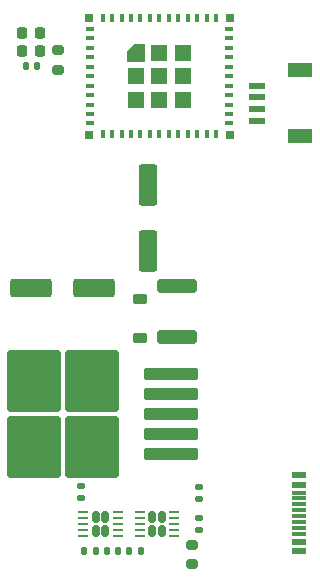
<source format=gtp>
G04 #@! TF.GenerationSoftware,KiCad,Pcbnew,7.0.9+1*
G04 #@! TF.CreationDate,2024-01-15T22:22:16-05:00*
G04 #@! TF.ProjectId,2812-32-mini,32383132-2d33-4322-9d6d-696e692e6b69,rev?*
G04 #@! TF.SameCoordinates,Original*
G04 #@! TF.FileFunction,Paste,Top*
G04 #@! TF.FilePolarity,Positive*
%FSLAX46Y46*%
G04 Gerber Fmt 4.6, Leading zero omitted, Abs format (unit mm)*
G04 Created by KiCad (PCBNEW 7.0.9+1) date 2024-01-15 22:22:16*
%MOMM*%
%LPD*%
G01*
G04 APERTURE LIST*
G04 Aperture macros list*
%AMRoundRect*
0 Rectangle with rounded corners*
0 $1 Rounding radius*
0 $2 $3 $4 $5 $6 $7 $8 $9 X,Y pos of 4 corners*
0 Add a 4 corners polygon primitive as box body*
4,1,4,$2,$3,$4,$5,$6,$7,$8,$9,$2,$3,0*
0 Add four circle primitives for the rounded corners*
1,1,$1+$1,$2,$3*
1,1,$1+$1,$4,$5*
1,1,$1+$1,$6,$7*
1,1,$1+$1,$8,$9*
0 Add four rect primitives between the rounded corners*
20,1,$1+$1,$2,$3,$4,$5,0*
20,1,$1+$1,$4,$5,$6,$7,0*
20,1,$1+$1,$6,$7,$8,$9,0*
20,1,$1+$1,$8,$9,$2,$3,0*%
%AMFreePoly0*
4,1,6,0.725000,-0.725000,-0.725000,-0.725000,-0.725000,0.125000,-0.125000,0.725000,0.725000,0.725000,0.725000,-0.725000,0.725000,-0.725000,$1*%
G04 Aperture macros list end*
%ADD10RoundRect,0.135000X0.185000X-0.135000X0.185000X0.135000X-0.185000X0.135000X-0.185000X-0.135000X0*%
%ADD11RoundRect,0.250000X1.450000X-0.312500X1.450000X0.312500X-1.450000X0.312500X-1.450000X-0.312500X0*%
%ADD12R,0.800000X0.400000*%
%ADD13R,0.400000X0.800000*%
%ADD14FreePoly0,0.000000*%
%ADD15R,1.450000X1.450000*%
%ADD16R,0.700000X0.700000*%
%ADD17RoundRect,0.140000X0.140000X0.170000X-0.140000X0.170000X-0.140000X-0.170000X0.140000X-0.170000X0*%
%ADD18R,1.350000X0.600000*%
%ADD19R,2.000000X1.200000*%
%ADD20RoundRect,0.250000X2.050000X0.300000X-2.050000X0.300000X-2.050000X-0.300000X2.050000X-0.300000X0*%
%ADD21RoundRect,0.250000X2.025000X2.375000X-2.025000X2.375000X-2.025000X-2.375000X2.025000X-2.375000X0*%
%ADD22RoundRect,0.225000X0.225000X0.250000X-0.225000X0.250000X-0.225000X-0.250000X0.225000X-0.250000X0*%
%ADD23RoundRect,0.135000X-0.185000X0.135000X-0.185000X-0.135000X0.185000X-0.135000X0.185000X0.135000X0*%
%ADD24RoundRect,0.225000X0.375000X-0.225000X0.375000X0.225000X-0.375000X0.225000X-0.375000X-0.225000X0*%
%ADD25RoundRect,0.225000X-0.225000X-0.250000X0.225000X-0.250000X0.225000X0.250000X-0.225000X0.250000X0*%
%ADD26RoundRect,0.200000X0.275000X-0.200000X0.275000X0.200000X-0.275000X0.200000X-0.275000X-0.200000X0*%
%ADD27RoundRect,0.250000X-0.550000X1.500000X-0.550000X-1.500000X0.550000X-1.500000X0.550000X1.500000X0*%
%ADD28RoundRect,0.135000X0.135000X0.185000X-0.135000X0.185000X-0.135000X-0.185000X0.135000X-0.185000X0*%
%ADD29RoundRect,0.160000X0.160000X0.315000X-0.160000X0.315000X-0.160000X-0.315000X0.160000X-0.315000X0*%
%ADD30RoundRect,0.062500X0.350000X0.062500X-0.350000X0.062500X-0.350000X-0.062500X0.350000X-0.062500X0*%
%ADD31R,1.240000X0.600000*%
%ADD32R,1.240000X0.300000*%
%ADD33RoundRect,0.250000X-1.500000X-0.550000X1.500000X-0.550000X1.500000X0.550000X-1.500000X0.550000X0*%
%ADD34RoundRect,0.167500X0.167500X0.312500X-0.167500X0.312500X-0.167500X-0.312500X0.167500X-0.312500X0*%
%ADD35RoundRect,0.062500X0.362500X0.062500X-0.362500X0.062500X-0.362500X-0.062500X0.362500X-0.062500X0*%
G04 APERTURE END LIST*
D10*
X93350000Y-62000000D03*
X93350000Y-60980000D03*
D11*
X91530000Y-45655000D03*
X91530000Y-41380000D03*
D12*
X84100000Y-19600000D03*
X84100000Y-20400000D03*
X84100000Y-21200000D03*
X84100000Y-22000000D03*
X84100000Y-22800000D03*
X84100000Y-23600000D03*
X84100000Y-24400000D03*
X84100000Y-25200000D03*
X84100000Y-26000000D03*
X84100000Y-26800000D03*
X84100000Y-27600000D03*
D13*
X85200000Y-28500000D03*
X86000000Y-28500000D03*
X86800000Y-28500000D03*
X87600000Y-28500000D03*
X88400000Y-28500000D03*
X89200000Y-28500000D03*
X90000000Y-28500000D03*
X90800000Y-28500000D03*
X91600000Y-28500000D03*
X92400000Y-28500000D03*
X93200000Y-28500000D03*
X94000000Y-28500000D03*
X94800000Y-28500000D03*
D12*
X95900000Y-27600000D03*
X95900000Y-26800000D03*
X95900000Y-26000000D03*
X95900000Y-25200000D03*
X95900000Y-24400000D03*
X95900000Y-23600000D03*
X95900000Y-22800000D03*
X95900000Y-22000000D03*
X95900000Y-21200000D03*
X95900000Y-20400000D03*
X95900000Y-19600000D03*
D13*
X94800000Y-18700000D03*
X94000000Y-18700000D03*
X93200000Y-18700000D03*
X92400000Y-18700000D03*
X91600000Y-18700000D03*
X90800000Y-18700000D03*
X90000000Y-18700000D03*
X89200000Y-18700000D03*
X88400000Y-18700000D03*
X87600000Y-18700000D03*
X86800000Y-18700000D03*
X86000000Y-18700000D03*
X85200000Y-18700000D03*
D14*
X88025000Y-21625000D03*
D15*
X88025000Y-23600000D03*
X88025000Y-25575000D03*
X90000000Y-21625000D03*
X90000000Y-23600000D03*
X90000000Y-25575000D03*
X91975000Y-21625000D03*
X91975000Y-23600000D03*
X91975000Y-25575000D03*
D16*
X95950000Y-18650000D03*
X95950000Y-28550000D03*
X84050000Y-28550000D03*
X84050000Y-18650000D03*
D17*
X79650000Y-22700000D03*
X78690000Y-22700000D03*
D18*
X98255000Y-27400000D03*
X98255000Y-26400000D03*
X98255000Y-25400000D03*
X98255000Y-24400000D03*
D19*
X101930000Y-23100000D03*
X101930000Y-28700000D03*
D20*
X91000000Y-55575000D03*
X91000000Y-53875000D03*
X91000000Y-52175000D03*
D21*
X84275000Y-54950000D03*
X84275000Y-49400000D03*
X79425000Y-54950000D03*
X79425000Y-49400000D03*
D20*
X91000000Y-50475000D03*
X91000000Y-48775000D03*
D22*
X79900000Y-21475000D03*
X78350000Y-21475000D03*
D23*
X83340000Y-58260000D03*
X83340000Y-59280000D03*
D24*
X88360000Y-45750000D03*
X88360000Y-42450000D03*
D25*
X78350000Y-19950000D03*
X79900000Y-19950000D03*
D26*
X92740000Y-64930000D03*
X92740000Y-63280000D03*
D23*
X93350000Y-58340000D03*
X93350000Y-59360000D03*
D27*
X89040000Y-32810000D03*
X89040000Y-38410000D03*
D28*
X88450000Y-63800000D03*
X87430000Y-63800000D03*
D29*
X90190000Y-62100000D03*
X90190000Y-60920000D03*
X89400000Y-62100000D03*
X89400000Y-60920000D03*
D30*
X91232500Y-62510000D03*
X91232500Y-62010000D03*
X91232500Y-61510000D03*
X91232500Y-61010000D03*
X91232500Y-60510000D03*
X88357500Y-60510000D03*
X88357500Y-61010000D03*
X88357500Y-61510000D03*
X88357500Y-62010000D03*
X88357500Y-62510000D03*
D17*
X86500000Y-63800000D03*
X85540000Y-63800000D03*
D31*
X101810000Y-57400000D03*
X101810000Y-58200000D03*
D32*
X101810000Y-59350000D03*
X101810000Y-60350000D03*
X101810000Y-60850000D03*
X101810000Y-61850000D03*
D31*
X101810000Y-63000000D03*
X101810000Y-63800000D03*
X101810000Y-63800000D03*
X101810000Y-63000000D03*
D32*
X101810000Y-62350000D03*
X101810000Y-61350000D03*
X101810000Y-59850000D03*
X101810000Y-58850000D03*
D31*
X101810000Y-58200000D03*
X101810000Y-57400000D03*
D26*
X81400000Y-23050000D03*
X81400000Y-21400000D03*
D33*
X79100000Y-41500000D03*
X84500000Y-41500000D03*
D34*
X85420000Y-62100000D03*
X85420000Y-60910000D03*
X84600000Y-62100000D03*
X84600000Y-60910000D03*
D35*
X86460000Y-62505000D03*
X86460000Y-62005000D03*
X86460000Y-61505000D03*
X86460000Y-61005000D03*
X86460000Y-60505000D03*
X83560000Y-60505000D03*
X83560000Y-61005000D03*
X83560000Y-61505000D03*
X83560000Y-62005000D03*
X83560000Y-62505000D03*
D28*
X84620000Y-63800000D03*
X83600000Y-63800000D03*
M02*

</source>
